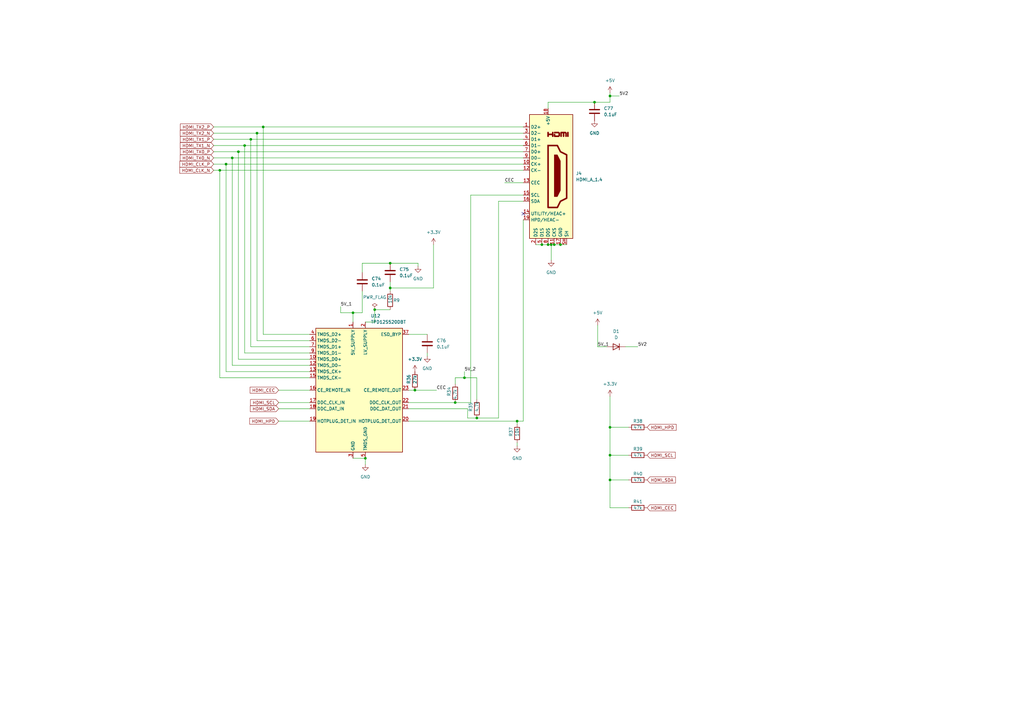
<source format=kicad_sch>
(kicad_sch (version 20230121) (generator eeschema)
  (paper "A3")
  (lib_symbols
    (symbol "Connector:HDMI_A_1.4"
      (property "Reference" "J" (at -6.35 26.67 0))
      (property "Value" "HDMI_A_1.4" (at 10.16 26.67 0))
      (symbol "HDMI_A_1.4_0_0"
        (polyline (pts (xy 8.128 16.51) (xy 8.128 18.034)) (stroke (width 0.635)))
        (polyline (pts (xy 0 16.51) (xy 0 18.034) (xy 0 17.272) (xy 1.905 17.272) (xy 1.905 18.034) (xy 1.905 16.51)) (stroke (width 0.635)))
        (polyline (pts (xy 2.667 18.034) (xy 4.318 18.034) (xy 4.572 17.78) (xy 4.572 16.764) (xy 4.318 16.51) (xy 2.667 16.51) (xy 2.667 17.272)) (stroke (width 0.635)))
      )
      (symbol "HDMI_A_1.4_0_1"
        (rectangle (start -7.62 25.4) (end 10.16 -25.4) (stroke (width 0.254)) (fill (type background)))
        (polyline (pts (xy 2.54 8.89) (xy 3.81 8.89) (xy 5.08 6.35) (xy 5.08 -5.715) (xy 3.81 -8.255) (xy 2.54 -8.255) (xy 2.54 8.89)) (fill (type outline)))
        (polyline (pts (xy 5.334 16.51) (xy 5.334 18.034) (xy 6.35 18.034) (xy 6.35 16.51) (xy 6.35 18.034) (xy 7.112 18.034) (xy 7.366 17.78) (xy 7.366 16.51)) (stroke (width 0.635)))
        (polyline (pts (xy 0 12.7) (xy 0 -12.7) (xy 3.81 -12.7) (xy 5.08 -10.16) (xy 7.62 -8.89) (xy 7.62 8.89) (xy 5.08 10.16) (xy 3.81 12.7) (xy 0 12.7)) (stroke (width 0.635)))
      )
      (symbol "HDMI_A_1.4_1_1"
        (pin passive line (at -10.16 20.32 0) (length 2.54) (name "D2+") (number "1"))
        (pin passive line (at -10.16 5.08 0) (length 2.54) (name "CK+") (number "10"))
        (pin power_in line (at 2.54 -27.94 90) (length 2.54) (name "CKS") (number "11"))
        (pin passive line (at -10.16 2.54 0) (length 2.54) (name "CK-") (number "12"))
        (pin bidirectional line (at -10.16 -2.54 0) (length 2.54) (name "CEC") (number "13"))
        (pin passive line (at -10.16 -15.24 0) (length 2.54) (name "UTILITY/HEAC+") (number "14"))
        (pin passive line (at -10.16 -7.62 0) (length 2.54) (name "SCL") (number "15"))
        (pin bidirectional line (at -10.16 -10.16 0) (length 2.54) (name "SDA") (number "16"))
        (pin power_in line (at 5.08 -27.94 90) (length 2.54) (name "GND") (number "17"))
        (pin power_in line (at 0 27.94 270) (length 2.54) (name "+5V") (number "18"))
        (pin passive line (at -10.16 -17.78 0) (length 2.54) (name "HPD/HEAC-") (number "19"))
        (pin power_in line (at -5.08 -27.94 90) (length 2.54) (name "D2S") (number "2"))
        (pin passive line (at -10.16 17.78 0) (length 2.54) (name "D2-") (number "3"))
        (pin passive line (at -10.16 15.24 0) (length 2.54) (name "D1+") (number "4"))
        (pin power_in line (at -2.54 -27.94 90) (length 2.54) (name "D1S") (number "5"))
        (pin passive line (at -10.16 12.7 0) (length 2.54) (name "D1-") (number "6"))
        (pin passive line (at -10.16 10.16 0) (length 2.54) (name "D0+") (number "7"))
        (pin power_in line (at 0 -27.94 90) (length 2.54) (name "D0S") (number "8"))
        (pin passive line (at -10.16 7.62 0) (length 2.54) (name "D0-") (number "9"))
        (pin passive line (at 7.62 -27.94 90) (length 2.54) (name "SH") (number "SH"))
      )
    )
    (symbol "Device:C" (pin_numbers hide) (pin_names (offset 0.254))
      (property "Reference" "C" (at 0.635 2.54 0))
      (property "Value" "C" (at 0.635 -2.54 0))
      (symbol "C_0_1"
        (polyline (pts (xy -2.032 -0.762) (xy 2.032 -0.762)) (stroke (width 0.508)))
        (polyline (pts (xy -2.032 0.762) (xy 2.032 0.762)) (stroke (width 0.508)))
      )
      (symbol "C_1_1"
        (pin passive line (at 0 3.81 270) (length 2.794) (name "~") (number "1"))
        (pin passive line (at 0 -3.81 90) (length 2.794) (name "~") (number "2"))
      )
    )
    (symbol "Device:D" (pin_numbers hide) (pin_names (offset 1.016) hide)
      (property "Reference" "D" (at 0 2.54 0))
      (property "Value" "D" (at 0 -2.54 0))
      (symbol "D_0_1"
        (polyline (pts (xy -1.27 1.27) (xy -1.27 -1.27)) (stroke (width 0.254)))
        (polyline (pts (xy 1.27 0) (xy -1.27 0)))
        (polyline (pts (xy 1.27 1.27) (xy 1.27 -1.27) (xy -1.27 0) (xy 1.27 1.27)) (stroke (width 0.254)))
      )
      (symbol "D_1_1"
        (pin passive line (at -3.81 0 0) (length 2.54) (name "K") (number "1"))
        (pin passive line (at 3.81 0 180) (length 2.54) (name "A") (number "2"))
      )
    )
    (symbol "Device:R" (pin_numbers hide) (pin_names (offset 0))
      (property "Reference" "R" (at 2.032 0 90))
      (property "Value" "R" (at 0 0 90))
      (symbol "R_0_1"
        (rectangle (start -1.016 -2.54) (end 1.016 2.54) (stroke (width 0.254)))
      )
      (symbol "R_1_1"
        (pin passive line (at 0 3.81 270) (length 1.27) (name "~") (number "1"))
        (pin passive line (at 0 -3.81 90) (length 1.27) (name "~") (number "2"))
      )
    )
    (symbol "Interface_HDMI:TPD12S520DBT"
      (property "Reference" "U" (at -17.78 26.67 0))
      (property "Value" "TPD12S520DBT" (at 17.78 26.67 0))
      (symbol "TPD12S520DBT_0_1"
        (rectangle (start -17.78 25.4) (end 17.78 -25.4) (stroke (width 0.254)) (fill (type background)))
      )
      (symbol "TPD12S520DBT_1_1"
        (pin power_in line (at -2.54 27.94 270) (length 2.54) (name "5V_SUPPLY") (number "1"))
        (pin passive line (at -20.32 12.7 0) (length 2.54) (name "TMDS_D0+") (number "10"))
        (pin passive line (at 2.54 -27.94 90) (length 2.54) hide (name "TMDS_GND") (number "11"))
        (pin passive line (at -20.32 10.16 0) (length 2.54) (name "TMDS_D0-") (number "12"))
        (pin passive line (at -20.32 7.62 0) (length 2.54) (name "TMDS_CK+") (number "13"))
        (pin passive line (at 2.54 -27.94 90) (length 2.54) hide (name "TMDS_GND") (number "14"))
        (pin passive line (at -20.32 5.08 0) (length 2.54) (name "TMDS_CK-") (number "15"))
        (pin bidirectional line (at -20.32 0 0) (length 2.54) (name "CE_REMOTE_IN") (number "16"))
        (pin bidirectional line (at -20.32 -5.08 0) (length 2.54) (name "DDC_CLK_IN") (number "17"))
        (pin bidirectional line (at -20.32 -7.62 0) (length 2.54) (name "DDC_DAT_IN") (number "18"))
        (pin bidirectional line (at -20.32 -12.7 0) (length 2.54) (name "HOTPLUG_DET_IN") (number "19"))
        (pin power_in line (at 2.54 27.94 270) (length 2.54) (name "LV_SUPPLY") (number "2"))
        (pin bidirectional line (at 20.32 -12.7 180) (length 2.54) (name "HOTPLUG_DET_OUT") (number "20"))
        (pin bidirectional line (at 20.32 -7.62 180) (length 2.54) (name "DDC_DAT_OUT") (number "21"))
        (pin bidirectional line (at 20.32 -5.08 180) (length 2.54) (name "DDC_CLK_OUT") (number "22"))
        (pin bidirectional line (at 20.32 0 180) (length 2.54) (name "CE_REMOTE_OUT") (number "23"))
        (pin passive line (at -20.32 5.08 0) (length 2.54) hide (name "TMDS_CK-") (number "24"))
        (pin passive line (at 2.54 -27.94 90) (length 2.54) hide (name "TMDS_GND") (number "25"))
        (pin passive line (at -20.32 7.62 0) (length 2.54) hide (name "TMDS_CK+") (number "26"))
        (pin passive line (at -20.32 10.16 0) (length 2.54) hide (name "TMDS_D0-") (number "27"))
        (pin passive line (at 2.54 -27.94 90) (length 2.54) hide (name "TMDS_GND") (number "28"))
        (pin passive line (at -20.32 12.7 0) (length 2.54) hide (name "TMDS_D0+") (number "29"))
        (pin power_in line (at -2.54 -27.94 90) (length 2.54) (name "GND") (number "3"))
        (pin passive line (at -20.32 15.24 0) (length 2.54) hide (name "TMDS_D1-") (number "30"))
        (pin passive line (at 2.54 -27.94 90) (length 2.54) hide (name "TMDS_GND") (number "31"))
        (pin passive line (at -20.32 17.78 0) (length 2.54) hide (name "TMDS_D1+") (number "32"))
        (pin passive line (at -20.32 20.32 0) (length 2.54) hide (name "TMDS_D2-") (number "33"))
        (pin passive line (at 2.54 -27.94 90) (length 2.54) hide (name "TMDS_GND") (number "34"))
        (pin passive line (at -20.32 22.86 0) (length 2.54) hide (name "TMDS_D2+") (number "35"))
        (pin passive line (at -2.54 -27.94 90) (length 2.54) hide (name "GND") (number "36"))
        (pin passive line (at 20.32 22.86 180) (length 2.54) (name "ESD_BYP") (number "37"))
        (pin no_connect line (at 17.78 20.32 180) (length 2.54) hide (name "NC") (number "38"))
        (pin passive line (at -20.32 22.86 0) (length 2.54) (name "TMDS_D2+") (number "4"))
        (pin passive line (at 2.54 -27.94 90) (length 2.54) (name "TMDS_GND") (number "5"))
        (pin passive line (at -20.32 20.32 0) (length 2.54) (name "TMDS_D2-") (number "6"))
        (pin passive line (at -20.32 17.78 0) (length 2.54) (name "TMDS_D1+") (number "7"))
        (pin passive line (at 2.54 -27.94 90) (length 2.54) hide (name "TMDS_GND") (number "8"))
        (pin passive line (at -20.32 15.24 0) (length 2.54) (name "TMDS_D1-") (number "9"))
      )
    )
    (symbol "power:+3.3V" (power) (pin_names (offset 0))
      (property "Value" "+3.3V" (at 0 3.556 0))
      (symbol "+3.3V_0_1"
        (polyline (pts (xy -0.762 1.27) (xy 0 2.54)))
        (polyline (pts (xy 0 0) (xy 0 2.54)))
        (polyline (pts (xy 0 2.54) (xy 0.762 1.27)))
      )
      (symbol "+3.3V_1_1"
        (pin power_in line (at 0 0 90) (length 0) hide (name "+3.3V") (number "1"))
      )
    )
    (symbol "power:+5V" (power) (pin_names (offset 0))
      (property "Value" "+5V" (at 0 3.556 0))
      (symbol "+5V_0_1"
        (polyline (pts (xy -0.762 1.27) (xy 0 2.54)))
        (polyline (pts (xy 0 0) (xy 0 2.54)))
        (polyline (pts (xy 0 2.54) (xy 0.762 1.27)))
      )
      (symbol "+5V_1_1"
        (pin power_in line (at 0 0 90) (length 0) hide (name "+5V") (number "1"))
      )
    )
    (symbol "power:GND" (power) (pin_names (offset 0))
      (property "Value" "GND" (at 0 -3.81 0))
      (symbol "GND_0_1"
        (polyline (pts (xy 0 0) (xy 0 -1.27) (xy 1.27 -1.27) (xy 0 -2.54) (xy -1.27 -1.27) (xy 0 -1.27)))
      )
      (symbol "GND_1_1"
        (pin power_in line (at 0 0 270) (length 0) hide (name "GND") (number "1"))
      )
    )
    (symbol "power:PWR_FLAG" (power) (pin_numbers hide) (pin_names (offset 0) hide)
      (property "Value" "PWR_FLAG" (at 0 3.81 0))
      (symbol "PWR_FLAG_0_0"
        (pin power_out line (at 0 0 90) (length 0) (name "pwr") (number "1"))
      )
      (symbol "PWR_FLAG_0_1"
        (polyline (pts (xy 0 0) (xy 0 1.27) (xy -1.016 1.905) (xy 0 2.54) (xy 1.016 1.905) (xy 0 1.27)))
      )
    )
  )
  (junction (at 250.19 39.37))
  (junction (at 102.87 57.15))
  (junction (at 100.33 59.69))
  (junction (at 229.87 100.33))
  (junction (at 243.84 41.91))
  (junction (at 250.19 186.69))
  (junction (at 227.33 100.33))
  (junction (at 250.19 196.85))
  (junction (at 97.79 62.23))
  (junction (at 144.78 128.27))
  (junction (at 107.95 52.07))
  (junction (at 160.02 107.95))
  (junction (at 160.02 118.11))
  (junction (at 195.58 171.45))
  (junction (at 250.19 175.26))
  (junction (at 105.41 54.61))
  (junction (at 92.71 67.31))
  (junction (at 222.25 100.33))
  (junction (at 90.17 69.85))
  (junction (at 153.67 127))
  (junction (at 149.86 187.96))
  (junction (at 95.25 64.77))
  (junction (at 224.79 100.33))
  (junction (at 186.69 165.1))
  (junction (at 212.09 172.72))
  (junction (at 170.18 160.02))
  (junction (at 190.5 154.94))
  (junction (at 226.06 100.33))
  (no_connect (at 214.63 87.63))
  (wire (pts (xy 256.54 142.24) (xy 261.62 142.24)))
  (wire (pts (xy 250.19 196.85) (xy 257.81 196.85)))
  (wire (pts (xy 250.19 38.1) (xy 250.19 39.37)))
  (wire (pts (xy 105.41 139.7) (xy 127 139.7)))
  (wire (pts (xy 160.02 118.11) (xy 160.02 119.38)))
  (wire (pts (xy 107.95 52.07) (xy 214.63 52.07)))
  (wire (pts (xy 100.33 144.78) (xy 127 144.78)))
  (wire (pts (xy 87.63 69.85) (xy 90.17 69.85)))
  (wire (pts (xy 90.17 69.85) (xy 214.63 69.85)))
  (wire (pts (xy 224.79 100.33) (xy 226.06 100.33)))
  (wire (pts (xy 250.19 186.69) (xy 257.81 186.69)))
  (wire (pts (xy 87.63 67.31) (xy 92.71 67.31)))
  (wire (pts (xy 95.25 64.77) (xy 95.25 149.86)))
  (wire (pts (xy 167.64 167.64) (xy 191.77 167.64)))
  (wire (pts (xy 107.95 137.16) (xy 127 137.16)))
  (wire (pts (xy 114.3 165.1) (xy 127 165.1)))
  (wire (pts (xy 144.78 187.96) (xy 149.86 187.96)))
  (wire (pts (xy 191.77 167.64) (xy 191.77 171.45)))
  (wire (pts (xy 250.19 39.37) (xy 250.19 41.91)))
  (wire (pts (xy 153.67 132.08) (xy 153.67 127)))
  (wire (pts (xy 97.79 147.32) (xy 127 147.32)))
  (wire (pts (xy 97.79 62.23) (xy 97.79 147.32)))
  (wire (pts (xy 204.47 82.55) (xy 204.47 171.45)))
  (wire (pts (xy 105.41 54.61) (xy 105.41 139.7)))
  (wire (pts (xy 219.71 100.33) (xy 222.25 100.33)))
  (wire (pts (xy 191.77 171.45) (xy 195.58 171.45)))
  (wire (pts (xy 97.79 62.23) (xy 214.63 62.23)))
  (wire (pts (xy 87.63 64.77) (xy 95.25 64.77)))
  (wire (pts (xy 250.19 41.91) (xy 243.84 41.91)))
  (wire (pts (xy 160.02 118.11) (xy 177.8 118.11)))
  (wire (pts (xy 102.87 57.15) (xy 214.63 57.15)))
  (wire (pts (xy 250.19 175.26) (xy 257.81 175.26)))
  (wire (pts (xy 171.45 107.95) (xy 171.45 109.22)))
  (wire (pts (xy 245.11 142.24) (xy 248.92 142.24)))
  (wire (pts (xy 222.25 100.33) (xy 224.79 100.33)))
  (wire (pts (xy 250.19 175.26) (xy 250.19 186.69)))
  (wire (pts (xy 243.84 41.91) (xy 224.79 41.91)))
  (wire (pts (xy 167.64 160.02) (xy 170.18 160.02)))
  (wire (pts (xy 92.71 152.4) (xy 127 152.4)))
  (wire (pts (xy 90.17 69.85) (xy 90.17 154.94)))
  (wire (pts (xy 250.19 196.85) (xy 250.19 208.28)))
  (wire (pts (xy 170.18 160.02) (xy 179.07 160.02)))
  (wire (pts (xy 167.64 172.72) (xy 212.09 172.72)))
  (wire (pts (xy 87.63 62.23) (xy 97.79 62.23)))
  (wire (pts (xy 193.04 80.01) (xy 193.04 165.1)))
  (wire (pts (xy 144.78 128.27) (xy 144.78 132.08)))
  (wire (pts (xy 186.69 165.1) (xy 193.04 165.1)))
  (wire (pts (xy 212.09 172.72) (xy 214.63 172.72)))
  (wire (pts (xy 195.58 171.45) (xy 204.47 171.45)))
  (wire (pts (xy 167.64 165.1) (xy 186.69 165.1)))
  (wire (pts (xy 87.63 52.07) (xy 107.95 52.07)))
  (wire (pts (xy 195.58 154.94) (xy 195.58 163.83)))
  (wire (pts (xy 95.25 64.77) (xy 214.63 64.77)))
  (wire (pts (xy 177.8 100.33) (xy 177.8 118.11)))
  (wire (pts (xy 148.59 111.76) (xy 148.59 107.95)))
  (wire (pts (xy 148.59 107.95) (xy 160.02 107.95)))
  (wire (pts (xy 227.33 100.33) (xy 229.87 100.33)))
  (wire (pts (xy 186.69 154.94) (xy 186.69 157.48)))
  (wire (pts (xy 144.78 128.27) (xy 139.7 128.27)))
  (wire (pts (xy 245.11 133.35) (xy 245.11 142.24)))
  (wire (pts (xy 102.87 57.15) (xy 102.87 142.24)))
  (wire (pts (xy 153.67 127) (xy 160.02 127)))
  (wire (pts (xy 250.19 162.56) (xy 250.19 175.26)))
  (wire (pts (xy 229.87 100.33) (xy 232.41 100.33)))
  (wire (pts (xy 224.79 41.91) (xy 224.79 44.45)))
  (wire (pts (xy 214.63 172.72) (xy 214.63 90.17)))
  (wire (pts (xy 95.25 149.86) (xy 127 149.86)))
  (wire (pts (xy 114.3 160.02) (xy 127 160.02)))
  (wire (pts (xy 212.09 181.61) (xy 212.09 182.88)))
  (wire (pts (xy 226.06 100.33) (xy 226.06 106.68)))
  (wire (pts (xy 87.63 59.69) (xy 100.33 59.69)))
  (wire (pts (xy 92.71 67.31) (xy 214.63 67.31)))
  (wire (pts (xy 102.87 142.24) (xy 127 142.24)))
  (wire (pts (xy 250.19 186.69) (xy 250.19 196.85)))
  (wire (pts (xy 193.04 80.01) (xy 214.63 80.01)))
  (wire (pts (xy 114.3 172.72) (xy 127 172.72)))
  (wire (pts (xy 160.02 115.57) (xy 160.02 118.11)))
  (wire (pts (xy 167.64 137.16) (xy 175.26 137.16)))
  (wire (pts (xy 144.78 128.27) (xy 148.59 128.27)))
  (wire (pts (xy 149.86 187.96) (xy 149.86 190.5)))
  (wire (pts (xy 100.33 59.69) (xy 100.33 144.78)))
  (wire (pts (xy 190.5 154.94) (xy 195.58 154.94)))
  (wire (pts (xy 212.09 173.99) (xy 212.09 172.72)))
  (wire (pts (xy 186.69 154.94) (xy 190.5 154.94)))
  (wire (pts (xy 90.17 154.94) (xy 127 154.94)))
  (wire (pts (xy 204.47 82.55) (xy 214.63 82.55)))
  (wire (pts (xy 250.19 208.28) (xy 257.81 208.28)))
  (wire (pts (xy 139.7 125.73) (xy 139.7 128.27)))
  (wire (pts (xy 114.3 167.64) (xy 127 167.64)))
  (wire (pts (xy 160.02 107.95) (xy 171.45 107.95)))
  (wire (pts (xy 100.33 59.69) (xy 214.63 59.69)))
  (wire (pts (xy 175.26 144.78) (xy 175.26 146.05)))
  (wire (pts (xy 250.19 39.37) (xy 254 39.37)))
  (wire (pts (xy 105.41 54.61) (xy 214.63 54.61)))
  (wire (pts (xy 226.06 100.33) (xy 227.33 100.33)))
  (wire (pts (xy 148.59 119.38) (xy 148.59 128.27)))
  (wire (pts (xy 92.71 67.31) (xy 92.71 152.4)))
  (wire (pts (xy 214.63 74.93) (xy 207.01 74.93)))
  (wire (pts (xy 87.63 54.61) (xy 105.41 54.61)))
  (wire (pts (xy 149.86 132.08) (xy 153.67 132.08)))
  (wire (pts (xy 87.63 57.15) (xy 102.87 57.15)))
  (wire (pts (xy 190.5 152.4) (xy 190.5 154.94)))
  (wire (pts (xy 107.95 52.07) (xy 107.95 137.16)))
  (label "5V_1" (at 245.11 142.24 0))
  (label "5V2" (at 254 39.37 0))
  (label "5V_1" (at 139.7 125.73 0))
  (label "5V2" (at 261.62 142.24 0))
  (label "CEC" (at 207.01 74.93 0))
  (label "5V_2" (at 190.5 152.4 0))
  (label "CEC" (at 179.07 160.02 0))
  (global_label "HDMI_SDA" (shape input) (at 265.43 196.85 0) (property "Intersheetrefs" "${INTERSHEET_REFS}" (effects hide)))
  (global_label "HDMI_HPD" (shape input) (at 114.3 172.72 180) (property "Intersheetrefs" "${INTERSHEET_REFS}" (effects hide)))
  (global_label "HDMI_CLK_N" (shape input) (at 87.63 69.85 180) (property "Intersheetrefs" "${INTERSHEET_REFS}" (effects hide)))
  (global_label "HDMI_TX2_N" (shape input) (at 87.63 54.61 180) (property "Intersheetrefs" "${INTERSHEET_REFS}" (effects hide)))
  (global_label "HDMI_SDA" (shape input) (at 114.3 167.64 180) (property "Intersheetrefs" "${INTERSHEET_REFS}" (effects hide)))
  (global_label "HDMI_SCL" (shape input) (at 265.43 186.69 0) (property "Intersheetrefs" "${INTERSHEET_REFS}" (effects hide)))
  (global_label "HDMI_CLK_P" (shape input) (at 87.63 67.31 180) (property "Intersheetrefs" "${INTERSHEET_REFS}" (effects hide)))
  (global_label "HDMI_TX0_P" (shape input) (at 87.63 62.23 180) (property "Intersheetrefs" "${INTERSHEET_REFS}" (effects hide)))
  (global_label "HDMI_TX0_N" (shape input) (at 87.63 64.77 180) (property "Intersheetrefs" "${INTERSHEET_REFS}" (effects hide)))
  (global_label "HDMI_TX2_P" (shape input) (at 87.63 52.07 180) (property "Intersheetrefs" "${INTERSHEET_REFS}" (effects hide)))
  (global_label "HDMI_CEC" (shape input) (at 114.3 160.02 180) (property "Intersheetrefs" "${INTERSHEET_REFS}" (effects hide)))
  (global_label "HDMI_TX1_P" (shape input) (at 87.63 57.15 180) (property "Intersheetrefs" "${INTERSHEET_REFS}" (effects hide)))
  (global_label "HDMI_CEC" (shape input) (at 265.43 208.28 0) (property "Intersheetrefs" "${INTERSHEET_REFS}" (effects hide)))
  (global_label "HDMI_SCL" (shape input) (at 114.3 165.1 180) (property "Intersheetrefs" "${INTERSHEET_REFS}" (effects hide)))
  (global_label "HDMI_TX1_N" (shape input) (at 87.63 59.69 180) (property "Intersheetrefs" "${INTERSHEET_REFS}" (effects hide)))
  (global_label "HDMI_HPD" (shape input) (at 265.43 175.26 0) (property "Intersheetrefs" "${INTERSHEET_REFS}" (effects hide)))
  (symbol (lib_id "Device:C") (at 175.26 140.97 0) (unit 1)
    (property "Reference" "C76" (at 179.07 139.7 0) (effects (justify left)))
    (property "Value" "0.1uF" (at 179.07 142.24 0) (effects (justify left)))
    (property "Footprint" "Capacitor_SMD:C_0201_0603Metric_Pad0.64x0.40mm_HandSolder" (effects hide))
    (instances (project "hdmi_connector" (path "" (reference "C76") (unit 1))) (project "TripSitter" (path "" (reference "C104") (unit 1))) (project "RayTracingPCB" (path "" (reference "C76") (unit 1))))
  )
  (symbol (lib_id "Device:R") (at 195.58 167.64 0) (unit 1)
    (property "Reference" "R35" (at 193.04 168.91 90) (effects (justify left)))
    (property "Value" "4.7k" (at 195.58 168.91 90) (effects (justify left)))
    (property "Footprint" "Resistor_SMD:R_0603_1608Metric_Pad0.98x0.95mm_HandSolder" (effects hide))
    (instances (project "hdmi_connector" (path "" (reference "R35") (unit 1))) (project "TripSitter" (path "" (reference "R32") (unit 1))) (project "RayTracingPCB" (path "" (reference "R35") (unit 1))))
  )
  (symbol (lib_id "Device:R") (at 261.62 208.28 270) (unit 1)
    (property "Reference" "R41" (at 261.62 205.74 90))
    (property "Value" "47k" (at 261.62 208.28 90))
    (property "Footprint" "Resistor_SMD:R_0805_2012Metric_Pad1.20x1.40mm_HandSolder" (effects hide))
    (instances (project "hdmi_connector" (path "" (reference "R41") (unit 1))) (project "TripSitter" (path "" (reference "R37") (unit 1))) (project "RayTracingPCB" (path "" (reference "R41") (unit 1))))
  )
  (symbol (lib_id "power:GND") (at 149.86 190.5 0) (unit 1)
    (property "Reference" "#PWR072" (effects hide))
    (property "Value" "GND" (at 149.86 195.58 0))
    (instances (project "hdmi_connector" (path "" (reference "#PWR072") (unit 1))) (project "TripSitter" (path "" (reference "#PWR061") (unit 1))) (project "RayTracingPCB" (path "" (reference "#PWR072") (unit 1))))
  )
  (symbol (lib_id "Device:R") (at 261.62 196.85 270) (unit 1)
    (property "Reference" "R40" (at 261.62 194.31 90))
    (property "Value" "47k" (at 261.62 196.85 90))
    (property "Footprint" "Resistor_SMD:R_0805_2012Metric_Pad1.20x1.40mm_HandSolder" (effects hide))
    (instances (project "hdmi_connector" (path "" (reference "R40") (unit 1))) (project "TripSitter" (path "" (reference "R36") (unit 1))) (project "RayTracingPCB" (path "" (reference "R40") (unit 1))))
  )
  (symbol (lib_id "Device:R") (at 186.69 161.29 0) (unit 1)
    (property "Reference" "R34" (at 184.15 162.56 90) (effects (justify left)))
    (property "Value" "4.7k" (at 186.69 163.83 90) (effects (justify left)))
    (property "Footprint" "Resistor_SMD:R_0603_1608Metric_Pad0.98x0.95mm_HandSolder" (effects hide))
    (instances (project "hdmi_connector" (path "" (reference "R34") (unit 1))) (project "TripSitter" (path "" (reference "R31") (unit 1))) (project "RayTracingPCB" (path "" (reference "R34") (unit 1))))
  )
  (symbol (lib_id "Device:R") (at 261.62 186.69 270) (unit 1)
    (property "Reference" "R39" (at 261.62 184.15 90))
    (property "Value" "47k" (at 261.62 186.69 90))
    (property "Footprint" "Resistor_SMD:R_0805_2012Metric_Pad1.20x1.40mm_HandSolder" (effects hide))
    (instances (project "hdmi_connector" (path "" (reference "R39") (unit 1))) (project "TripSitter" (path "" (reference "R35") (unit 1))) (project "RayTracingPCB" (path "" (reference "R39") (unit 1))))
  )
  (symbol (lib_id "Connector:HDMI_A_1.4") (at 224.79 72.39 0) (unit 1)
    (property "Reference" "J4" (at 236.22 71.12 0) (effects (justify left)))
    (property "Value" "HDMI_A_1.4" (at 236.22 73.66 0) (effects (justify left)))
    (property "Footprint" "Connector_HDMI:HDMI_A_Molex_208658-1001_Horizontal" (effects hide))
    (property "Datasheet" "https://en.wikipedia.org/wiki/HDMI" (effects hide))
    (instances (project "hdmi_connector" (path "" (reference "J4") (unit 1))) (project "TripSitter" (path "" (reference "J7") (unit 1))) (project "RayTracingPCB" (path "" (reference "J4") (unit 1))))
  )
  (symbol (lib_id "power:+5V") (at 250.19 38.1 0) (unit 1)
    (property "Reference" "#PWR062" (effects hide))
    (property "Value" "+5V" (at 250.19 33.02 0))
    (instances (project "hdmi_connector" (path "" (reference "#PWR062") (unit 1))) (project "TripSitter" (path "" (reference "#PWR070") (unit 1))) (project "RayTracingPCB" (path "" (reference "#PWR062") (unit 1))))
  )
  (symbol (lib_id "Device:R") (at 212.09 177.8 0) (unit 1)
    (property "Reference" "R37" (at 209.55 179.07 90) (effects (justify left)))
    (property "Value" "10k" (at 212.09 179.07 90) (effects (justify left)))
    (property "Footprint" "Resistor_SMD:R_0805_2012Metric_Pad1.20x1.40mm_HandSolder" (effects hide))
    (instances (project "hdmi_connector" (path "" (reference "R37") (unit 1))) (project "TripSitter" (path "" (reference "R33") (unit 1))) (project "RayTracingPCB" (path "" (reference "R37") (unit 1))))
  )
  (symbol (lib_id "power:GND") (at 243.84 49.53 0) (unit 1)
    (property "Reference" "#PWR075" (effects hide))
    (property "Value" "GND" (at 243.84 54.61 0))
    (instances (project "hdmi_connector" (path "" (reference "#PWR075") (unit 1))) (project "TripSitter" (path "" (reference "#PWR068") (unit 1))) (project "RayTracingPCB" (path "" (reference "#PWR075") (unit 1))))
  )
  (symbol (lib_id "power:GND") (at 212.09 182.88 0) (unit 1)
    (property "Reference" "#PWR061" (effects hide))
    (property "Value" "GND" (at 212.09 187.96 0))
    (instances (project "hdmi_connector" (path "" (reference "#PWR061") (unit 1))) (project "TripSitter" (path "" (reference "#PWR066") (unit 1))) (project "RayTracingPCB" (path "" (reference "#PWR061") (unit 1))))
  )
  (symbol (lib_id "power:+3.3V") (at 177.8 100.33 0) (mirror y) (unit 1)
    (property "Reference" "#PWR011" (effects hide))
    (property "Value" "+3.3V" (at 177.8 95.25 0))
    (instances (project "TripSitter" (path "" (reference "#PWR011") (unit 1)) (path "" (reference "#PWR014") (unit 1))))
  )
  (symbol (lib_id "Device:C") (at 148.59 115.57 0) (unit 1)
    (property "Reference" "C74" (at 152.4 114.3 0) (effects (justify left)))
    (property "Value" "0.1uF" (at 152.4 116.84 0) (effects (justify left)))
    (property "Footprint" "Capacitor_SMD:C_0201_0603Metric_Pad0.64x0.40mm_HandSolder" (effects hide))
    (instances (project "hdmi_connector" (path "" (reference "C74") (unit 1))) (project "TripSitter" (path "" (reference "C102") (unit 1))) (project "RayTracingPCB" (path "" (reference "C74") (unit 1))))
  )
  (symbol (lib_id "Device:D") (at 252.73 142.24 180) (unit 1)
    (property "Reference" "D1" (at 252.73 135.89 0))
    (property "Value" "D" (at 252.73 138.43 0))
    (property "Footprint" "Diode_SMD:D_0201_0603Metric_Pad0.64x0.40mm_HandSolder" (effects hide))
    (property "Sim.Device" "D" (effects hide))
    (property "Sim.Pins" "1=K 2=A" (effects hide))
  )
  (symbol (lib_id "power:+3.3V") (at 170.18 152.4 0) (mirror y) (unit 1)
    (property "Reference" "#PWR011" (effects hide))
    (property "Value" "+3.3V" (at 170.18 147.32 0))
    (instances (project "TripSitter" (path "" (reference "#PWR011") (unit 1)) (path "" (reference "#PWR062") (unit 1))))
  )
  (symbol (lib_id "power:GND") (at 226.06 106.68 0) (unit 1)
    (property "Reference" "#PWR074" (effects hide))
    (property "Value" "GND" (at 226.06 111.76 0))
    (instances (project "hdmi_connector" (path "" (reference "#PWR074") (unit 1))) (project "TripSitter" (path "" (reference "#PWR067") (unit 1))) (project "RayTracingPCB" (path "" (reference "#PWR074") (unit 1))))
  )
  (symbol (lib_id "Device:C") (at 243.84 45.72 0) (unit 1)
    (property "Reference" "C77" (at 247.65 44.45 0) (effects (justify left)))
    (property "Value" "0.1uF" (at 247.65 46.99 0) (effects (justify left)))
    (property "Footprint" "Capacitor_SMD:C_0201_0603Metric_Pad0.64x0.40mm_HandSolder" (effects hide))
    (instances (project "hdmi_connector" (path "" (reference "C77") (unit 1))) (project "TripSitter" (path "" (reference "C105") (unit 1))) (project "RayTracingPCB" (path "" (reference "C77") (unit 1))))
  )
  (symbol (lib_id "power:GND") (at 171.45 109.22 0) (unit 1)
    (property "Reference" "#PWR068" (effects hide))
    (property "Value" "GND" (at 171.45 114.3 0))
    (instances (project "hdmi_connector" (path "" (reference "#PWR068") (unit 1))) (project "TripSitter" (path "" (reference "#PWR063") (unit 1))) (project "RayTracingPCB" (path "" (reference "#PWR068") (unit 1))))
  )
  (symbol (lib_id "Device:R") (at 261.62 175.26 270) (unit 1)
    (property "Reference" "R38" (at 261.62 172.72 90))
    (property "Value" "47k" (at 261.62 175.26 90))
    (property "Footprint" "Resistor_SMD:R_0805_2012Metric_Pad1.20x1.40mm_HandSolder" (effects hide))
    (instances (project "hdmi_connector" (path "" (reference "R38") (unit 1))) (project "TripSitter" (path "" (reference "R34") (unit 1))) (project "RayTracingPCB" (path "" (reference "R38") (unit 1))))
  )
  (symbol (lib_id "power:GND") (at 175.26 146.05 0) (unit 1)
    (property "Reference" "#PWR069" (effects hide))
    (property "Value" "GND" (at 175.26 151.13 0))
    (instances (project "hdmi_connector" (path "" (reference "#PWR069") (unit 1))) (project "TripSitter" (path "" (reference "#PWR064") (unit 1))) (project "RayTracingPCB" (path "" (reference "#PWR069") (unit 1))))
  )
  (symbol (lib_id "Device:R") (at 160.02 123.19 0) (unit 1)
    (property "Reference" "R9" (at 161.29 123.19 0) (effects (justify left)))
    (property "Value" "10k" (at 160.02 124.46 90) (effects (justify left)))
    (property "Footprint" "Resistor_SMD:R_0805_2012Metric_Pad1.20x1.40mm_HandSolder" (effects hide))
    (instances (project "hdmi_connector" (path "" (reference "R9") (unit 1))) (project "TripSitter" (path "" (reference "R29") (unit 1))) (project "RayTracingPCB" (path "" (reference "R9") (unit 1))))
  )
  (symbol (lib_id "power:PWR_FLAG") (at 153.67 127 0) (unit 1)
    (property "Reference" "#FLG07" (effects hide))
    (property "Value" "PWR_FLAG" (at 153.67 121.92 0))
  )
  (symbol (lib_id "Device:R") (at 170.18 156.21 0) (unit 1)
    (property "Reference" "R36" (at 167.64 157.48 90) (effects (justify left)))
    (property "Value" "27k" (at 170.18 157.48 90) (effects (justify left)))
    (property "Footprint" "Resistor_SMD:R_0603_1608Metric_Pad0.98x0.95mm_HandSolder" (effects hide))
    (instances (project "hdmi_connector" (path "" (reference "R36") (unit 1))) (project "TripSitter" (path "" (reference "R30") (unit 1))) (project "RayTracingPCB" (path "" (reference "R36") (unit 1))))
  )
  (symbol (lib_id "Interface_HDMI:TPD12S520DBT") (at 147.32 160.02 0) (unit 1)
    (property "Reference" "U12" (at 152.0541 129.54 0) (effects (justify left)))
    (property "Value" "TPD12S520DBT" (at 152.0541 132.08 0) (effects (justify left)))
    (property "Footprint" "Package_SO:TSSOP-38_4.4x9.7mm_P0.5mm" (effects hide))
    (property "Datasheet" "http://www.ti.com/lit/ds/symlink/tpd12s520.pdf" (effects hide))
    (instances (project "hdmi_connector" (path "" (reference "U12") (unit 1))) (project "TripSitter" (path "" (reference "U7") (unit 1))) (project "RayTracingPCB" (path "" (reference "U12") (unit 1))))
  )
  (symbol (lib_id "power:+3.3V") (at 250.19 162.56 0) (mirror y) (unit 1)
    (property "Reference" "#PWR011" (effects hide))
    (property "Value" "+3.3V" (at 250.19 157.48 0))
    (instances (project "TripSitter" (path "" (reference "#PWR011") (unit 1)) (path "" (reference "#PWR049") (unit 1))))
  )
  (symbol (lib_id "Device:C") (at 160.02 111.76 0) (unit 1)
    (property "Reference" "C75" (at 163.83 110.49 0) (effects (justify left)))
    (property "Value" "0.1uF" (at 163.83 113.03 0) (effects (justify left)))
    (property "Footprint" "Capacitor_SMD:C_0201_0603Metric_Pad0.64x0.40mm_HandSolder" (effects hide))
    (instances (project "hdmi_connector" (path "" (reference "C75") (unit 1))) (project "TripSitter" (path "" (reference "C103") (unit 1))) (project "RayTracingPCB" (path "" (reference "C75") (unit 1))))
  )
  (symbol (lib_id "power:+5V") (at 245.11 133.35 0) (unit 1)
    (property "Reference" "#PWR05" (effects hide))
    (property "Value" "+5V" (at 245.11 128.27 0))
    (instances (project "hdmi_connector" (path "" (reference "#PWR05") (unit 1))) (project "TripSitter" (path "" (reference "#PWR069") (unit 1))) (project "RayTracingPCB" (path "" (reference "#PWR05") (unit 1))))
  )
)
</source>
